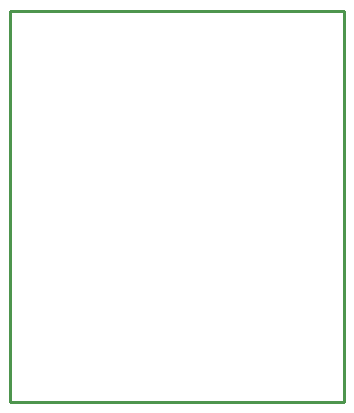
<source format=gm1>
G04*
G04 #@! TF.GenerationSoftware,Altium Limited,Altium Designer,19.1.5 (86)*
G04*
G04 Layer_Color=16711935*
%FSLAX25Y25*%
%MOIN*%
G70*
G01*
G75*
%ADD14C,0.01000*%
D14*
X557053Y336945D02*
X668555D01*
X557053Y467199D02*
X668555D01*
X557053Y336945D02*
Y467199D01*
X668555Y336945D02*
Y467199D01*
M02*

</source>
